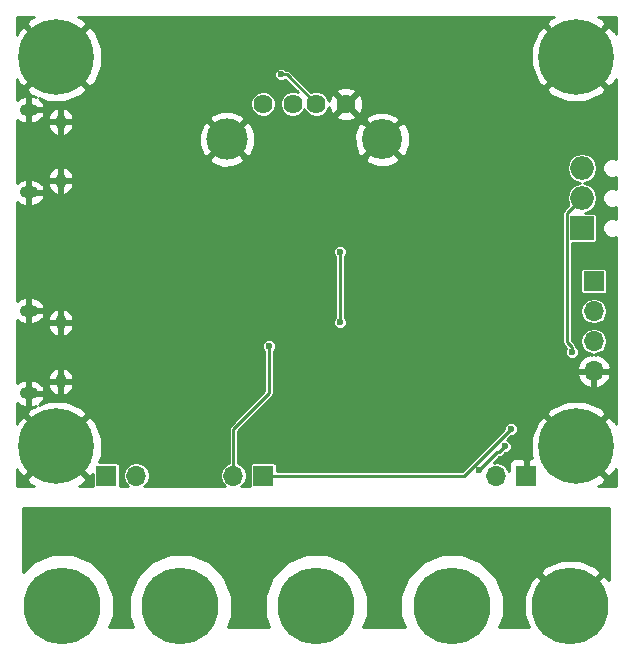
<source format=gbr>
G04 #@! TF.FileFunction,Copper,L2,Bot,Signal*
%FSLAX46Y46*%
G04 Gerber Fmt 4.6, Leading zero omitted, Abs format (unit mm)*
G04 Created by KiCad (PCBNEW 4.0.7) date Sunday, 24 March 2019 'PMt' 22:49:59*
%MOMM*%
%LPD*%
G01*
G04 APERTURE LIST*
%ADD10C,0.100000*%
%ADD11O,0.950000X1.250000*%
%ADD12O,1.550000X1.000000*%
%ADD13R,1.700000X1.700000*%
%ADD14O,1.700000X1.700000*%
%ADD15C,6.500000*%
%ADD16C,1.620000*%
%ADD17C,3.500000*%
%ADD18C,3.400000*%
%ADD19O,1.998980X1.998980*%
%ADD20R,1.998980X1.998980*%
%ADD21C,6.400000*%
%ADD22C,0.600000*%
%ADD23C,0.250000*%
%ADD24C,0.254000*%
G04 APERTURE END LIST*
D10*
D11*
X74350000Y-84500000D03*
X74350000Y-89500000D03*
D12*
X71650000Y-83500000D03*
X71650000Y-90500000D03*
D11*
X74350000Y-101500000D03*
X74350000Y-106500000D03*
D12*
X71650000Y-100500000D03*
X71650000Y-107500000D03*
D13*
X119500000Y-98000000D03*
D14*
X119500000Y-100540000D03*
X119500000Y-103080000D03*
X119500000Y-105620000D03*
D15*
X96000000Y-125500000D03*
X107500000Y-125500000D03*
X117500000Y-125500000D03*
X84500000Y-125500000D03*
X74500000Y-125500000D03*
D16*
X91500000Y-83000000D03*
X94000000Y-83000000D03*
X96000000Y-83000000D03*
X98500000Y-83000000D03*
D17*
X88430000Y-86000000D03*
D18*
X101570000Y-86000000D03*
D19*
X118500000Y-88420000D03*
D20*
X118500000Y-93500000D03*
D19*
X118500000Y-90960000D03*
D13*
X78230000Y-114475000D03*
D14*
X80770000Y-114475000D03*
D13*
X91520000Y-114475000D03*
D14*
X88980000Y-114475000D03*
D13*
X113770000Y-114475000D03*
D14*
X111230000Y-114475000D03*
D21*
X118000000Y-112000000D03*
X74000000Y-79000000D03*
X74000000Y-112000000D03*
X118000000Y-79000000D03*
D22*
X93500000Y-96000000D03*
X99000000Y-100000000D03*
X91250000Y-100000000D03*
X94250000Y-100000000D03*
X92750000Y-100000000D03*
X92000000Y-99250000D03*
X93500000Y-99250000D03*
X94250000Y-98500000D03*
X92750000Y-98500000D03*
X91250000Y-98500000D03*
X91250000Y-97000000D03*
X92000000Y-97750000D03*
X97250000Y-100000000D03*
X95750000Y-100000000D03*
X95000000Y-99250000D03*
X95750000Y-98500000D03*
X96500000Y-99250000D03*
X97250000Y-98500000D03*
X99000000Y-99250000D03*
X99000000Y-98500000D03*
X99000000Y-97000000D03*
X99000000Y-97750000D03*
X97250000Y-97000000D03*
X93500000Y-97750000D03*
X95000000Y-97750000D03*
X96500000Y-97750000D03*
X92750000Y-97000000D03*
X94250000Y-97000000D03*
X95750000Y-97000000D03*
X95000000Y-96000000D03*
X110000000Y-110500000D03*
X105000000Y-113000000D03*
X73000000Y-105250000D03*
X75750000Y-105250000D03*
X73000000Y-88250000D03*
X75500000Y-88250000D03*
X91000000Y-92000000D03*
X93000000Y-80500000D03*
X112500000Y-110500000D03*
X92000000Y-103500000D03*
X98000000Y-101500000D03*
X98000000Y-95500000D03*
X112000000Y-112000000D03*
X112000000Y-112000000D03*
X109816568Y-114000000D03*
X117629416Y-104000000D03*
D23*
X91250000Y-99250000D02*
X91250000Y-100000000D01*
X93500000Y-100000000D02*
X94250000Y-100000000D01*
X92000000Y-100000000D02*
X92750000Y-100000000D01*
X92750000Y-99250000D02*
X92000000Y-99250000D01*
X94250000Y-99250000D02*
X93500000Y-99250000D01*
X94250000Y-98500000D02*
X94250000Y-99250000D01*
X92750000Y-98500000D02*
X93500000Y-98500000D01*
X92750000Y-97000000D02*
X92325736Y-97000000D01*
X93000000Y-80500000D02*
X93500000Y-80500000D01*
X93500000Y-80500000D02*
X96000000Y-83000000D01*
X96000000Y-82500000D02*
X96000000Y-83000000D01*
X111500000Y-111500000D02*
X112500000Y-110500000D01*
X111500000Y-111500000D02*
X108525000Y-114475000D01*
X108525000Y-114475000D02*
X91520000Y-114475000D01*
X92000000Y-107500000D02*
X92000000Y-103500000D01*
X88980000Y-114475000D02*
X88980000Y-110520000D01*
X88980000Y-110520000D02*
X92000000Y-107500000D01*
X98000000Y-101500000D02*
X98000000Y-95500000D01*
X111500000Y-112500000D02*
X112000000Y-112000000D01*
X111316568Y-112500000D02*
X111500000Y-112500000D01*
X109816568Y-114000000D02*
X111316568Y-112500000D01*
X117629416Y-104000000D02*
X117629416Y-103575736D01*
X117629416Y-103575736D02*
X117223109Y-103169429D01*
X117223109Y-103169429D02*
X117223109Y-92236891D01*
X117223109Y-92236891D02*
X117500511Y-91959489D01*
X117500511Y-91959489D02*
X118500000Y-90960000D01*
D24*
G36*
X71849754Y-75734181D02*
X71805640Y-75763657D01*
X71438695Y-76259090D01*
X74000000Y-78820395D01*
X76561305Y-76259090D01*
X76194360Y-75763657D01*
X75870669Y-75627000D01*
X116113560Y-75627000D01*
X115849754Y-75734181D01*
X115805640Y-75763657D01*
X115438695Y-76259090D01*
X118000000Y-78820395D01*
X120561305Y-76259090D01*
X120194360Y-75763657D01*
X119870669Y-75627000D01*
X121373000Y-75627000D01*
X121373000Y-77113560D01*
X121265819Y-76849754D01*
X121236343Y-76805640D01*
X120740910Y-76438695D01*
X118179605Y-79000000D01*
X120740910Y-81561305D01*
X121236343Y-81194360D01*
X121373000Y-80870669D01*
X121373000Y-87660212D01*
X121205702Y-87590744D01*
X120875746Y-87590456D01*
X120570796Y-87716459D01*
X120337279Y-87949569D01*
X120210744Y-88254298D01*
X120210456Y-88584254D01*
X120336459Y-88889204D01*
X120569569Y-89122721D01*
X120874298Y-89249256D01*
X121204254Y-89249544D01*
X121373000Y-89179819D01*
X121373000Y-90200212D01*
X121205702Y-90130744D01*
X120875746Y-90130456D01*
X120570796Y-90256459D01*
X120337279Y-90489569D01*
X120210744Y-90794298D01*
X120210456Y-91124254D01*
X120336459Y-91429204D01*
X120569569Y-91662721D01*
X120874298Y-91789256D01*
X121204254Y-91789544D01*
X121373000Y-91719819D01*
X121373000Y-92740212D01*
X121205702Y-92670744D01*
X120875746Y-92670456D01*
X120570796Y-92796459D01*
X120337279Y-93029569D01*
X120210744Y-93334298D01*
X120210456Y-93664254D01*
X120336459Y-93969204D01*
X120569569Y-94202721D01*
X120874298Y-94329256D01*
X121204254Y-94329544D01*
X121373000Y-94259819D01*
X121373000Y-110113560D01*
X121265819Y-109849754D01*
X121236343Y-109805640D01*
X120740910Y-109438695D01*
X118179605Y-112000000D01*
X120740910Y-114561305D01*
X121236343Y-114194360D01*
X121373000Y-113870669D01*
X121373000Y-115373000D01*
X119886440Y-115373000D01*
X120150246Y-115265819D01*
X120194360Y-115236343D01*
X120561305Y-114740910D01*
X118000000Y-112179605D01*
X117985858Y-112193748D01*
X117806253Y-112014143D01*
X117820395Y-112000000D01*
X115259090Y-109438695D01*
X114763657Y-109805640D01*
X114170264Y-111211171D01*
X114159913Y-112736793D01*
X114262788Y-112990000D01*
X114055750Y-112990000D01*
X113897000Y-113148750D01*
X113897000Y-114348000D01*
X113917000Y-114348000D01*
X113917000Y-114602000D01*
X113897000Y-114602000D01*
X113897000Y-114622000D01*
X113643000Y-114622000D01*
X113643000Y-114602000D01*
X113623000Y-114602000D01*
X113623000Y-114348000D01*
X113643000Y-114348000D01*
X113643000Y-113148750D01*
X113484250Y-112990000D01*
X112793690Y-112990000D01*
X112560301Y-113086673D01*
X112381673Y-113265302D01*
X112285000Y-113498691D01*
X112285000Y-114078838D01*
X112273430Y-114020671D01*
X112028606Y-113654268D01*
X111662203Y-113409444D01*
X111230000Y-113323474D01*
X111024033Y-113364443D01*
X111484076Y-112904400D01*
X111500000Y-112904400D01*
X111654757Y-112873617D01*
X111785954Y-112785954D01*
X111992515Y-112579393D01*
X112114744Y-112579500D01*
X112327775Y-112491478D01*
X112490905Y-112328632D01*
X112579299Y-112115755D01*
X112579500Y-111885256D01*
X112491478Y-111672225D01*
X112328632Y-111509095D01*
X112140805Y-111431103D01*
X112492515Y-111079393D01*
X112614744Y-111079500D01*
X112827775Y-110991478D01*
X112990905Y-110828632D01*
X113079299Y-110615755D01*
X113079500Y-110385256D01*
X112991478Y-110172225D01*
X112828632Y-110009095D01*
X112615755Y-109920701D01*
X112385256Y-109920500D01*
X112172225Y-110008522D01*
X112009095Y-110171368D01*
X111920701Y-110384245D01*
X111920594Y-110507498D01*
X108357492Y-114070600D01*
X92654873Y-114070600D01*
X92654873Y-113625000D01*
X92635391Y-113521461D01*
X92574199Y-113426366D01*
X92480832Y-113362571D01*
X92370000Y-113340127D01*
X90670000Y-113340127D01*
X90566461Y-113359609D01*
X90471366Y-113420801D01*
X90407571Y-113514168D01*
X90385127Y-113625000D01*
X90385127Y-115325000D01*
X90394159Y-115373000D01*
X89662967Y-115373000D01*
X89778606Y-115295732D01*
X90023430Y-114929329D01*
X90109400Y-114497126D01*
X90109400Y-114452874D01*
X90023430Y-114020671D01*
X89778606Y-113654268D01*
X89412203Y-113409444D01*
X89384400Y-113403914D01*
X89384400Y-110687508D01*
X90812818Y-109259090D01*
X115438695Y-109259090D01*
X118000000Y-111820395D01*
X120561305Y-109259090D01*
X120194360Y-108763657D01*
X118788829Y-108170264D01*
X117263207Y-108159913D01*
X115849754Y-108734181D01*
X115805640Y-108763657D01*
X115438695Y-109259090D01*
X90812818Y-109259090D01*
X92285954Y-107785954D01*
X92373617Y-107654757D01*
X92404400Y-107500000D01*
X92404400Y-105976890D01*
X118058524Y-105976890D01*
X118228355Y-106386924D01*
X118618642Y-106815183D01*
X119143108Y-107061486D01*
X119373000Y-106940819D01*
X119373000Y-105747000D01*
X119627000Y-105747000D01*
X119627000Y-106940819D01*
X119856892Y-107061486D01*
X120381358Y-106815183D01*
X120771645Y-106386924D01*
X120941476Y-105976890D01*
X120820155Y-105747000D01*
X119627000Y-105747000D01*
X119373000Y-105747000D01*
X118179845Y-105747000D01*
X118058524Y-105976890D01*
X92404400Y-105976890D01*
X92404400Y-105263110D01*
X118058524Y-105263110D01*
X118179845Y-105493000D01*
X119373000Y-105493000D01*
X119373000Y-105473000D01*
X119627000Y-105473000D01*
X119627000Y-105493000D01*
X120820155Y-105493000D01*
X120941476Y-105263110D01*
X120771645Y-104853076D01*
X120381358Y-104424817D01*
X119856892Y-104178514D01*
X119627002Y-104299180D01*
X119627002Y-104188539D01*
X119954329Y-104123430D01*
X120320732Y-103878606D01*
X120565556Y-103512203D01*
X120651526Y-103080000D01*
X120565556Y-102647797D01*
X120320732Y-102281394D01*
X119954329Y-102036570D01*
X119522126Y-101950600D01*
X119477874Y-101950600D01*
X119045671Y-102036570D01*
X118679268Y-102281394D01*
X118434444Y-102647797D01*
X118348474Y-103080000D01*
X118434444Y-103512203D01*
X118679268Y-103878606D01*
X119045671Y-104123430D01*
X119372998Y-104188539D01*
X119372998Y-104299180D01*
X119143108Y-104178514D01*
X118618642Y-104424817D01*
X118228355Y-104853076D01*
X118058524Y-105263110D01*
X92404400Y-105263110D01*
X92404400Y-103914986D01*
X92490905Y-103828632D01*
X92579299Y-103615755D01*
X92579500Y-103385256D01*
X92491478Y-103172225D01*
X92328632Y-103009095D01*
X92115755Y-102920701D01*
X91885256Y-102920500D01*
X91672225Y-103008522D01*
X91509095Y-103171368D01*
X91420701Y-103384245D01*
X91420500Y-103614744D01*
X91508522Y-103827775D01*
X91595600Y-103915005D01*
X91595600Y-107332492D01*
X88694046Y-110234046D01*
X88606383Y-110365243D01*
X88575600Y-110520000D01*
X88575600Y-113403914D01*
X88547797Y-113409444D01*
X88181394Y-113654268D01*
X87936570Y-114020671D01*
X87850600Y-114452874D01*
X87850600Y-114497126D01*
X87936570Y-114929329D01*
X88181394Y-115295732D01*
X88297033Y-115373000D01*
X81452967Y-115373000D01*
X81568606Y-115295732D01*
X81813430Y-114929329D01*
X81899400Y-114497126D01*
X81899400Y-114452874D01*
X81813430Y-114020671D01*
X81568606Y-113654268D01*
X81202203Y-113409444D01*
X80770000Y-113323474D01*
X80337797Y-113409444D01*
X79971394Y-113654268D01*
X79726570Y-114020671D01*
X79640600Y-114452874D01*
X79640600Y-114497126D01*
X79726570Y-114929329D01*
X79971394Y-115295732D01*
X80087033Y-115373000D01*
X79355153Y-115373000D01*
X79364873Y-115325000D01*
X79364873Y-113625000D01*
X79345391Y-113521461D01*
X79284199Y-113426366D01*
X79190832Y-113362571D01*
X79080000Y-113340127D01*
X77596987Y-113340127D01*
X77829736Y-112788829D01*
X77840087Y-111263207D01*
X77265819Y-109849754D01*
X77236343Y-109805640D01*
X76740910Y-109438695D01*
X74179605Y-112000000D01*
X76740910Y-114561305D01*
X77095127Y-114298952D01*
X77095127Y-115325000D01*
X77104159Y-115373000D01*
X75886440Y-115373000D01*
X76150246Y-115265819D01*
X76194360Y-115236343D01*
X76561305Y-114740910D01*
X74000000Y-112179605D01*
X71438695Y-114740910D01*
X71805640Y-115236343D01*
X72129331Y-115373000D01*
X70627000Y-115373000D01*
X70627000Y-113886440D01*
X70734181Y-114150246D01*
X70763657Y-114194360D01*
X71259090Y-114561305D01*
X73820395Y-112000000D01*
X71259090Y-109438695D01*
X70763657Y-109805640D01*
X70627000Y-110129331D01*
X70627000Y-109259090D01*
X71438695Y-109259090D01*
X74000000Y-111820395D01*
X76561305Y-109259090D01*
X76194360Y-108763657D01*
X74788829Y-108170264D01*
X73263207Y-108159913D01*
X72523682Y-108460373D01*
X72817368Y-108212763D01*
X73019119Y-107801874D01*
X72892954Y-107627000D01*
X71777000Y-107627000D01*
X71777000Y-108635000D01*
X72052000Y-108635000D01*
X72244423Y-108573832D01*
X71849754Y-108734181D01*
X71805640Y-108763657D01*
X71438695Y-109259090D01*
X70627000Y-109259090D01*
X70627000Y-108334481D01*
X70823322Y-108500002D01*
X71248000Y-108635000D01*
X71523000Y-108635000D01*
X71523000Y-107627000D01*
X71503000Y-107627000D01*
X71503000Y-107373000D01*
X71523000Y-107373000D01*
X71523000Y-106365000D01*
X71777000Y-106365000D01*
X71777000Y-107373000D01*
X72892954Y-107373000D01*
X73019119Y-107198126D01*
X72824191Y-106801131D01*
X73248771Y-106801131D01*
X73390432Y-107211049D01*
X73678179Y-107535552D01*
X74052062Y-107719268D01*
X74223000Y-107592734D01*
X74223000Y-106627000D01*
X74477000Y-106627000D01*
X74477000Y-107592734D01*
X74647938Y-107719268D01*
X75021821Y-107535552D01*
X75309568Y-107211049D01*
X75451229Y-106801131D01*
X75302563Y-106627000D01*
X74477000Y-106627000D01*
X74223000Y-106627000D01*
X73397437Y-106627000D01*
X73248771Y-106801131D01*
X72824191Y-106801131D01*
X72817368Y-106787237D01*
X72476678Y-106499998D01*
X72052000Y-106365000D01*
X71777000Y-106365000D01*
X71523000Y-106365000D01*
X71248000Y-106365000D01*
X70823322Y-106499998D01*
X70627000Y-106665519D01*
X70627000Y-106198869D01*
X73248771Y-106198869D01*
X73397437Y-106373000D01*
X74223000Y-106373000D01*
X74223000Y-105407266D01*
X74477000Y-105407266D01*
X74477000Y-106373000D01*
X75302563Y-106373000D01*
X75451229Y-106198869D01*
X75309568Y-105788951D01*
X75021821Y-105464448D01*
X74647938Y-105280732D01*
X74477000Y-105407266D01*
X74223000Y-105407266D01*
X74052062Y-105280732D01*
X73678179Y-105464448D01*
X73390432Y-105788951D01*
X73248771Y-106198869D01*
X70627000Y-106198869D01*
X70627000Y-101801131D01*
X73248771Y-101801131D01*
X73390432Y-102211049D01*
X73678179Y-102535552D01*
X74052062Y-102719268D01*
X74223000Y-102592734D01*
X74223000Y-101627000D01*
X74477000Y-101627000D01*
X74477000Y-102592734D01*
X74647938Y-102719268D01*
X75021821Y-102535552D01*
X75309568Y-102211049D01*
X75451229Y-101801131D01*
X75302563Y-101627000D01*
X74477000Y-101627000D01*
X74223000Y-101627000D01*
X73397437Y-101627000D01*
X73248771Y-101801131D01*
X70627000Y-101801131D01*
X70627000Y-101334481D01*
X70823322Y-101500002D01*
X71248000Y-101635000D01*
X71523000Y-101635000D01*
X71523000Y-100627000D01*
X71777000Y-100627000D01*
X71777000Y-101635000D01*
X72052000Y-101635000D01*
X72476678Y-101500002D01*
X72817368Y-101212763D01*
X72824190Y-101198869D01*
X73248771Y-101198869D01*
X73397437Y-101373000D01*
X74223000Y-101373000D01*
X74223000Y-100407266D01*
X74477000Y-100407266D01*
X74477000Y-101373000D01*
X75302563Y-101373000D01*
X75451229Y-101198869D01*
X75309568Y-100788951D01*
X75021821Y-100464448D01*
X74647938Y-100280732D01*
X74477000Y-100407266D01*
X74223000Y-100407266D01*
X74052062Y-100280732D01*
X73678179Y-100464448D01*
X73390432Y-100788951D01*
X73248771Y-101198869D01*
X72824190Y-101198869D01*
X73019119Y-100801874D01*
X72892954Y-100627000D01*
X71777000Y-100627000D01*
X71523000Y-100627000D01*
X71503000Y-100627000D01*
X71503000Y-100373000D01*
X71523000Y-100373000D01*
X71523000Y-99365000D01*
X71777000Y-99365000D01*
X71777000Y-100373000D01*
X72892954Y-100373000D01*
X73019119Y-100198126D01*
X72817368Y-99787237D01*
X72476678Y-99499998D01*
X72052000Y-99365000D01*
X71777000Y-99365000D01*
X71523000Y-99365000D01*
X71248000Y-99365000D01*
X70823322Y-99499998D01*
X70627000Y-99665519D01*
X70627000Y-95614744D01*
X97420500Y-95614744D01*
X97508522Y-95827775D01*
X97595600Y-95915005D01*
X97595600Y-101085014D01*
X97509095Y-101171368D01*
X97420701Y-101384245D01*
X97420500Y-101614744D01*
X97508522Y-101827775D01*
X97671368Y-101990905D01*
X97884245Y-102079299D01*
X98114744Y-102079500D01*
X98327775Y-101991478D01*
X98490905Y-101828632D01*
X98579299Y-101615755D01*
X98579500Y-101385256D01*
X98491478Y-101172225D01*
X98404400Y-101084995D01*
X98404400Y-95914986D01*
X98490905Y-95828632D01*
X98579299Y-95615755D01*
X98579500Y-95385256D01*
X98491478Y-95172225D01*
X98328632Y-95009095D01*
X98115755Y-94920701D01*
X97885256Y-94920500D01*
X97672225Y-95008522D01*
X97509095Y-95171368D01*
X97420701Y-95384245D01*
X97420500Y-95614744D01*
X70627000Y-95614744D01*
X70627000Y-92236891D01*
X116818709Y-92236891D01*
X116818709Y-103169429D01*
X116849492Y-103324186D01*
X116937155Y-103455383D01*
X117145832Y-103664060D01*
X117138511Y-103671368D01*
X117050117Y-103884245D01*
X117049916Y-104114744D01*
X117137938Y-104327775D01*
X117300784Y-104490905D01*
X117513661Y-104579299D01*
X117744160Y-104579500D01*
X117957191Y-104491478D01*
X118120321Y-104328632D01*
X118208715Y-104115755D01*
X118208916Y-103885256D01*
X118120894Y-103672225D01*
X118033816Y-103584995D01*
X118033816Y-103575736D01*
X118003033Y-103420979D01*
X117915370Y-103289782D01*
X117627509Y-103001921D01*
X117627509Y-100540000D01*
X118348474Y-100540000D01*
X118434444Y-100972203D01*
X118679268Y-101338606D01*
X119045671Y-101583430D01*
X119477874Y-101669400D01*
X119522126Y-101669400D01*
X119954329Y-101583430D01*
X120320732Y-101338606D01*
X120565556Y-100972203D01*
X120651526Y-100540000D01*
X120565556Y-100107797D01*
X120320732Y-99741394D01*
X119954329Y-99496570D01*
X119522126Y-99410600D01*
X119477874Y-99410600D01*
X119045671Y-99496570D01*
X118679268Y-99741394D01*
X118434444Y-100107797D01*
X118348474Y-100540000D01*
X117627509Y-100540000D01*
X117627509Y-97150000D01*
X118365127Y-97150000D01*
X118365127Y-98850000D01*
X118384609Y-98953539D01*
X118445801Y-99048634D01*
X118539168Y-99112429D01*
X118650000Y-99134873D01*
X120350000Y-99134873D01*
X120453539Y-99115391D01*
X120548634Y-99054199D01*
X120612429Y-98960832D01*
X120634873Y-98850000D01*
X120634873Y-97150000D01*
X120615391Y-97046461D01*
X120554199Y-96951366D01*
X120460832Y-96887571D01*
X120350000Y-96865127D01*
X118650000Y-96865127D01*
X118546461Y-96884609D01*
X118451366Y-96945801D01*
X118387571Y-97039168D01*
X118365127Y-97150000D01*
X117627509Y-97150000D01*
X117627509Y-94784363D01*
X119499490Y-94784363D01*
X119603029Y-94764881D01*
X119698124Y-94703689D01*
X119761919Y-94610322D01*
X119784363Y-94499490D01*
X119784363Y-92500510D01*
X119764881Y-92396971D01*
X119703689Y-92301876D01*
X119610322Y-92238081D01*
X119499490Y-92215637D01*
X118742860Y-92215637D01*
X118989410Y-92166595D01*
X119404312Y-91889367D01*
X119681540Y-91474465D01*
X119778890Y-90985055D01*
X119778890Y-90934945D01*
X119681540Y-90445535D01*
X119404312Y-90030633D01*
X118989410Y-89753405D01*
X118670653Y-89690000D01*
X118989410Y-89626595D01*
X119404312Y-89349367D01*
X119681540Y-88934465D01*
X119778890Y-88445055D01*
X119778890Y-88394945D01*
X119681540Y-87905535D01*
X119404312Y-87490633D01*
X118989410Y-87213405D01*
X118500000Y-87116055D01*
X118010590Y-87213405D01*
X117595688Y-87490633D01*
X117318460Y-87905535D01*
X117221110Y-88394945D01*
X117221110Y-88445055D01*
X117318460Y-88934465D01*
X117595688Y-89349367D01*
X118010590Y-89626595D01*
X118329347Y-89690000D01*
X118010590Y-89753405D01*
X117595688Y-90030633D01*
X117318460Y-90445535D01*
X117221110Y-90934945D01*
X117221110Y-90985055D01*
X117318460Y-91474465D01*
X117356578Y-91531514D01*
X116937155Y-91950937D01*
X116849492Y-92082134D01*
X116818709Y-92236891D01*
X70627000Y-92236891D01*
X70627000Y-91334481D01*
X70823322Y-91500002D01*
X71248000Y-91635000D01*
X71523000Y-91635000D01*
X71523000Y-90627000D01*
X71777000Y-90627000D01*
X71777000Y-91635000D01*
X72052000Y-91635000D01*
X72476678Y-91500002D01*
X72817368Y-91212763D01*
X73019119Y-90801874D01*
X72892954Y-90627000D01*
X71777000Y-90627000D01*
X71523000Y-90627000D01*
X71503000Y-90627000D01*
X71503000Y-90373000D01*
X71523000Y-90373000D01*
X71523000Y-89365000D01*
X71777000Y-89365000D01*
X71777000Y-90373000D01*
X72892954Y-90373000D01*
X73019119Y-90198126D01*
X72824191Y-89801131D01*
X73248771Y-89801131D01*
X73390432Y-90211049D01*
X73678179Y-90535552D01*
X74052062Y-90719268D01*
X74223000Y-90592734D01*
X74223000Y-89627000D01*
X74477000Y-89627000D01*
X74477000Y-90592734D01*
X74647938Y-90719268D01*
X75021821Y-90535552D01*
X75309568Y-90211049D01*
X75451229Y-89801131D01*
X75302563Y-89627000D01*
X74477000Y-89627000D01*
X74223000Y-89627000D01*
X73397437Y-89627000D01*
X73248771Y-89801131D01*
X72824191Y-89801131D01*
X72817368Y-89787237D01*
X72476678Y-89499998D01*
X72052000Y-89365000D01*
X71777000Y-89365000D01*
X71523000Y-89365000D01*
X71248000Y-89365000D01*
X70823322Y-89499998D01*
X70627000Y-89665519D01*
X70627000Y-89198869D01*
X73248771Y-89198869D01*
X73397437Y-89373000D01*
X74223000Y-89373000D01*
X74223000Y-88407266D01*
X74477000Y-88407266D01*
X74477000Y-89373000D01*
X75302563Y-89373000D01*
X75451229Y-89198869D01*
X75309568Y-88788951D01*
X75021821Y-88464448D01*
X74647938Y-88280732D01*
X74477000Y-88407266D01*
X74223000Y-88407266D01*
X74052062Y-88280732D01*
X73678179Y-88464448D01*
X73390432Y-88788951D01*
X73248771Y-89198869D01*
X70627000Y-89198869D01*
X70627000Y-87694528D01*
X86915077Y-87694528D01*
X87105364Y-88039271D01*
X87986591Y-88390956D01*
X88935323Y-88378641D01*
X89754636Y-88039271D01*
X89944923Y-87694528D01*
X89908817Y-87658422D01*
X100091183Y-87658422D01*
X100275371Y-87997970D01*
X101138509Y-88341316D01*
X102067336Y-88328218D01*
X102864629Y-87997970D01*
X103048817Y-87658422D01*
X101570000Y-86179605D01*
X100091183Y-87658422D01*
X89908817Y-87658422D01*
X88430000Y-86179605D01*
X86915077Y-87694528D01*
X70627000Y-87694528D01*
X70627000Y-84801131D01*
X73248771Y-84801131D01*
X73390432Y-85211049D01*
X73678179Y-85535552D01*
X74052062Y-85719268D01*
X74223000Y-85592734D01*
X74223000Y-84627000D01*
X74477000Y-84627000D01*
X74477000Y-85592734D01*
X74647938Y-85719268D01*
X74979004Y-85556591D01*
X86039044Y-85556591D01*
X86051359Y-86505323D01*
X86390729Y-87324636D01*
X86735472Y-87514923D01*
X88250395Y-86000000D01*
X88609605Y-86000000D01*
X90124528Y-87514923D01*
X90469271Y-87324636D01*
X90820956Y-86443409D01*
X90809600Y-85568509D01*
X99228684Y-85568509D01*
X99241782Y-86497336D01*
X99572030Y-87294629D01*
X99911578Y-87478817D01*
X101390395Y-86000000D01*
X101749605Y-86000000D01*
X103228422Y-87478817D01*
X103567970Y-87294629D01*
X103911316Y-86431491D01*
X103898218Y-85502664D01*
X103567970Y-84705371D01*
X103228422Y-84521183D01*
X101749605Y-86000000D01*
X101390395Y-86000000D01*
X99911578Y-84521183D01*
X99572030Y-84705371D01*
X99228684Y-85568509D01*
X90809600Y-85568509D01*
X90808641Y-85494677D01*
X90469271Y-84675364D01*
X90124528Y-84485077D01*
X88609605Y-86000000D01*
X88250395Y-86000000D01*
X86735472Y-84485077D01*
X86390729Y-84675364D01*
X86039044Y-85556591D01*
X74979004Y-85556591D01*
X75021821Y-85535552D01*
X75309568Y-85211049D01*
X75451229Y-84801131D01*
X75302563Y-84627000D01*
X74477000Y-84627000D01*
X74223000Y-84627000D01*
X73397437Y-84627000D01*
X73248771Y-84801131D01*
X70627000Y-84801131D01*
X70627000Y-84334481D01*
X70823322Y-84500002D01*
X71248000Y-84635000D01*
X71523000Y-84635000D01*
X71523000Y-83627000D01*
X71777000Y-83627000D01*
X71777000Y-84635000D01*
X72052000Y-84635000D01*
X72476678Y-84500002D01*
X72817368Y-84212763D01*
X72824190Y-84198869D01*
X73248771Y-84198869D01*
X73397437Y-84373000D01*
X74223000Y-84373000D01*
X74223000Y-83407266D01*
X74477000Y-83407266D01*
X74477000Y-84373000D01*
X75302563Y-84373000D01*
X75360215Y-84305472D01*
X86915077Y-84305472D01*
X88430000Y-85820395D01*
X89944923Y-84305472D01*
X89754636Y-83960729D01*
X88873409Y-83609044D01*
X87924677Y-83621359D01*
X87105364Y-83960729D01*
X86915077Y-84305472D01*
X75360215Y-84305472D01*
X75451229Y-84198869D01*
X75309568Y-83788951D01*
X75021821Y-83464448D01*
X74647938Y-83280732D01*
X74477000Y-83407266D01*
X74223000Y-83407266D01*
X74052062Y-83280732D01*
X73678179Y-83464448D01*
X73390432Y-83788951D01*
X73248771Y-84198869D01*
X72824190Y-84198869D01*
X73019119Y-83801874D01*
X72892954Y-83627000D01*
X71777000Y-83627000D01*
X71523000Y-83627000D01*
X71503000Y-83627000D01*
X71503000Y-83373000D01*
X71523000Y-83373000D01*
X71523000Y-82365000D01*
X71248000Y-82365000D01*
X70823322Y-82499998D01*
X70627000Y-82665519D01*
X70627000Y-81740910D01*
X71438695Y-81740910D01*
X71805640Y-82236343D01*
X72288313Y-82440120D01*
X72052000Y-82365000D01*
X71777000Y-82365000D01*
X71777000Y-83373000D01*
X72892954Y-83373000D01*
X73006408Y-83215744D01*
X90410411Y-83215744D01*
X90575913Y-83616290D01*
X90882099Y-83923010D01*
X91282354Y-84089211D01*
X91715744Y-84089589D01*
X92116290Y-83924087D01*
X92423010Y-83617901D01*
X92589211Y-83217646D01*
X92589589Y-82784256D01*
X92424087Y-82383710D01*
X92117901Y-82076990D01*
X91717646Y-81910789D01*
X91284256Y-81910411D01*
X90883710Y-82075913D01*
X90576990Y-82382099D01*
X90410789Y-82782354D01*
X90410411Y-83215744D01*
X73006408Y-83215744D01*
X73019119Y-83198126D01*
X72817368Y-82787237D01*
X72523353Y-82539350D01*
X73211171Y-82829736D01*
X74736793Y-82840087D01*
X76150246Y-82265819D01*
X76194360Y-82236343D01*
X76561305Y-81740910D01*
X74000000Y-79179605D01*
X71438695Y-81740910D01*
X70627000Y-81740910D01*
X70627000Y-80886440D01*
X70734181Y-81150246D01*
X70763657Y-81194360D01*
X71259090Y-81561305D01*
X73820395Y-79000000D01*
X74179605Y-79000000D01*
X76740910Y-81561305D01*
X77236343Y-81194360D01*
X77481047Y-80614744D01*
X92420500Y-80614744D01*
X92508522Y-80827775D01*
X92671368Y-80990905D01*
X92884245Y-81079299D01*
X93114744Y-81079500D01*
X93327775Y-80991478D01*
X93373712Y-80945620D01*
X94424970Y-81996878D01*
X94217646Y-81910789D01*
X93784256Y-81910411D01*
X93383710Y-82075913D01*
X93076990Y-82382099D01*
X92910789Y-82782354D01*
X92910411Y-83215744D01*
X93075913Y-83616290D01*
X93382099Y-83923010D01*
X93782354Y-84089211D01*
X94215744Y-84089589D01*
X94616290Y-83924087D01*
X94923010Y-83617901D01*
X94999984Y-83432528D01*
X95075913Y-83616290D01*
X95382099Y-83923010D01*
X95782354Y-84089211D01*
X96215744Y-84089589D01*
X96396292Y-84014988D01*
X97664617Y-84014988D01*
X97739980Y-84262144D01*
X98280834Y-84456916D01*
X98855055Y-84429886D01*
X99068249Y-84341578D01*
X100091183Y-84341578D01*
X101570000Y-85820395D01*
X103048817Y-84341578D01*
X102864629Y-84002030D01*
X102001491Y-83658684D01*
X101072664Y-83671782D01*
X100275371Y-84002030D01*
X100091183Y-84341578D01*
X99068249Y-84341578D01*
X99260020Y-84262144D01*
X99335383Y-84014988D01*
X98500000Y-83179605D01*
X97664617Y-84014988D01*
X96396292Y-84014988D01*
X96616290Y-83924087D01*
X96923010Y-83617901D01*
X97066249Y-83272945D01*
X97070114Y-83355055D01*
X97237856Y-83760020D01*
X97485012Y-83835383D01*
X98320395Y-83000000D01*
X98679605Y-83000000D01*
X99514988Y-83835383D01*
X99762144Y-83760020D01*
X99956916Y-83219166D01*
X99929886Y-82644945D01*
X99762144Y-82239980D01*
X99514988Y-82164617D01*
X98679605Y-83000000D01*
X98320395Y-83000000D01*
X97485012Y-82164617D01*
X97237856Y-82239980D01*
X97064082Y-82722525D01*
X96924087Y-82383710D01*
X96617901Y-82076990D01*
X96396395Y-81985012D01*
X97664617Y-81985012D01*
X98500000Y-82820395D01*
X99335383Y-81985012D01*
X99260952Y-81740910D01*
X115438695Y-81740910D01*
X115805640Y-82236343D01*
X117211171Y-82829736D01*
X118736793Y-82840087D01*
X120150246Y-82265819D01*
X120194360Y-82236343D01*
X120561305Y-81740910D01*
X118000000Y-79179605D01*
X115438695Y-81740910D01*
X99260952Y-81740910D01*
X99260020Y-81737856D01*
X98719166Y-81543084D01*
X98144945Y-81570114D01*
X97739980Y-81737856D01*
X97664617Y-81985012D01*
X96396395Y-81985012D01*
X96217646Y-81910789D01*
X95784256Y-81910411D01*
X95570600Y-81998692D01*
X93785954Y-80214046D01*
X93654757Y-80126383D01*
X93500000Y-80095600D01*
X93414986Y-80095600D01*
X93328632Y-80009095D01*
X93115755Y-79920701D01*
X92885256Y-79920500D01*
X92672225Y-80008522D01*
X92509095Y-80171368D01*
X92420701Y-80384245D01*
X92420500Y-80614744D01*
X77481047Y-80614744D01*
X77829736Y-79788829D01*
X77830089Y-79736793D01*
X114159913Y-79736793D01*
X114734181Y-81150246D01*
X114763657Y-81194360D01*
X115259090Y-81561305D01*
X117820395Y-79000000D01*
X115259090Y-76438695D01*
X114763657Y-76805640D01*
X114170264Y-78211171D01*
X114159913Y-79736793D01*
X77830089Y-79736793D01*
X77840087Y-78263207D01*
X77265819Y-76849754D01*
X77236343Y-76805640D01*
X76740910Y-76438695D01*
X74179605Y-79000000D01*
X73820395Y-79000000D01*
X71259090Y-76438695D01*
X70763657Y-76805640D01*
X70627000Y-77129331D01*
X70627000Y-75627000D01*
X72113560Y-75627000D01*
X71849754Y-75734181D01*
X71849754Y-75734181D01*
G37*
X71849754Y-75734181D02*
X71805640Y-75763657D01*
X71438695Y-76259090D01*
X74000000Y-78820395D01*
X76561305Y-76259090D01*
X76194360Y-75763657D01*
X75870669Y-75627000D01*
X116113560Y-75627000D01*
X115849754Y-75734181D01*
X115805640Y-75763657D01*
X115438695Y-76259090D01*
X118000000Y-78820395D01*
X120561305Y-76259090D01*
X120194360Y-75763657D01*
X119870669Y-75627000D01*
X121373000Y-75627000D01*
X121373000Y-77113560D01*
X121265819Y-76849754D01*
X121236343Y-76805640D01*
X120740910Y-76438695D01*
X118179605Y-79000000D01*
X120740910Y-81561305D01*
X121236343Y-81194360D01*
X121373000Y-80870669D01*
X121373000Y-87660212D01*
X121205702Y-87590744D01*
X120875746Y-87590456D01*
X120570796Y-87716459D01*
X120337279Y-87949569D01*
X120210744Y-88254298D01*
X120210456Y-88584254D01*
X120336459Y-88889204D01*
X120569569Y-89122721D01*
X120874298Y-89249256D01*
X121204254Y-89249544D01*
X121373000Y-89179819D01*
X121373000Y-90200212D01*
X121205702Y-90130744D01*
X120875746Y-90130456D01*
X120570796Y-90256459D01*
X120337279Y-90489569D01*
X120210744Y-90794298D01*
X120210456Y-91124254D01*
X120336459Y-91429204D01*
X120569569Y-91662721D01*
X120874298Y-91789256D01*
X121204254Y-91789544D01*
X121373000Y-91719819D01*
X121373000Y-92740212D01*
X121205702Y-92670744D01*
X120875746Y-92670456D01*
X120570796Y-92796459D01*
X120337279Y-93029569D01*
X120210744Y-93334298D01*
X120210456Y-93664254D01*
X120336459Y-93969204D01*
X120569569Y-94202721D01*
X120874298Y-94329256D01*
X121204254Y-94329544D01*
X121373000Y-94259819D01*
X121373000Y-110113560D01*
X121265819Y-109849754D01*
X121236343Y-109805640D01*
X120740910Y-109438695D01*
X118179605Y-112000000D01*
X120740910Y-114561305D01*
X121236343Y-114194360D01*
X121373000Y-113870669D01*
X121373000Y-115373000D01*
X119886440Y-115373000D01*
X120150246Y-115265819D01*
X120194360Y-115236343D01*
X120561305Y-114740910D01*
X118000000Y-112179605D01*
X117985858Y-112193748D01*
X117806253Y-112014143D01*
X117820395Y-112000000D01*
X115259090Y-109438695D01*
X114763657Y-109805640D01*
X114170264Y-111211171D01*
X114159913Y-112736793D01*
X114262788Y-112990000D01*
X114055750Y-112990000D01*
X113897000Y-113148750D01*
X113897000Y-114348000D01*
X113917000Y-114348000D01*
X113917000Y-114602000D01*
X113897000Y-114602000D01*
X113897000Y-114622000D01*
X113643000Y-114622000D01*
X113643000Y-114602000D01*
X113623000Y-114602000D01*
X113623000Y-114348000D01*
X113643000Y-114348000D01*
X113643000Y-113148750D01*
X113484250Y-112990000D01*
X112793690Y-112990000D01*
X112560301Y-113086673D01*
X112381673Y-113265302D01*
X112285000Y-113498691D01*
X112285000Y-114078838D01*
X112273430Y-114020671D01*
X112028606Y-113654268D01*
X111662203Y-113409444D01*
X111230000Y-113323474D01*
X111024033Y-113364443D01*
X111484076Y-112904400D01*
X111500000Y-112904400D01*
X111654757Y-112873617D01*
X111785954Y-112785954D01*
X111992515Y-112579393D01*
X112114744Y-112579500D01*
X112327775Y-112491478D01*
X112490905Y-112328632D01*
X112579299Y-112115755D01*
X112579500Y-111885256D01*
X112491478Y-111672225D01*
X112328632Y-111509095D01*
X112140805Y-111431103D01*
X112492515Y-111079393D01*
X112614744Y-111079500D01*
X112827775Y-110991478D01*
X112990905Y-110828632D01*
X113079299Y-110615755D01*
X113079500Y-110385256D01*
X112991478Y-110172225D01*
X112828632Y-110009095D01*
X112615755Y-109920701D01*
X112385256Y-109920500D01*
X112172225Y-110008522D01*
X112009095Y-110171368D01*
X111920701Y-110384245D01*
X111920594Y-110507498D01*
X108357492Y-114070600D01*
X92654873Y-114070600D01*
X92654873Y-113625000D01*
X92635391Y-113521461D01*
X92574199Y-113426366D01*
X92480832Y-113362571D01*
X92370000Y-113340127D01*
X90670000Y-113340127D01*
X90566461Y-113359609D01*
X90471366Y-113420801D01*
X90407571Y-113514168D01*
X90385127Y-113625000D01*
X90385127Y-115325000D01*
X90394159Y-115373000D01*
X89662967Y-115373000D01*
X89778606Y-115295732D01*
X90023430Y-114929329D01*
X90109400Y-114497126D01*
X90109400Y-114452874D01*
X90023430Y-114020671D01*
X89778606Y-113654268D01*
X89412203Y-113409444D01*
X89384400Y-113403914D01*
X89384400Y-110687508D01*
X90812818Y-109259090D01*
X115438695Y-109259090D01*
X118000000Y-111820395D01*
X120561305Y-109259090D01*
X120194360Y-108763657D01*
X118788829Y-108170264D01*
X117263207Y-108159913D01*
X115849754Y-108734181D01*
X115805640Y-108763657D01*
X115438695Y-109259090D01*
X90812818Y-109259090D01*
X92285954Y-107785954D01*
X92373617Y-107654757D01*
X92404400Y-107500000D01*
X92404400Y-105976890D01*
X118058524Y-105976890D01*
X118228355Y-106386924D01*
X118618642Y-106815183D01*
X119143108Y-107061486D01*
X119373000Y-106940819D01*
X119373000Y-105747000D01*
X119627000Y-105747000D01*
X119627000Y-106940819D01*
X119856892Y-107061486D01*
X120381358Y-106815183D01*
X120771645Y-106386924D01*
X120941476Y-105976890D01*
X120820155Y-105747000D01*
X119627000Y-105747000D01*
X119373000Y-105747000D01*
X118179845Y-105747000D01*
X118058524Y-105976890D01*
X92404400Y-105976890D01*
X92404400Y-105263110D01*
X118058524Y-105263110D01*
X118179845Y-105493000D01*
X119373000Y-105493000D01*
X119373000Y-105473000D01*
X119627000Y-105473000D01*
X119627000Y-105493000D01*
X120820155Y-105493000D01*
X120941476Y-105263110D01*
X120771645Y-104853076D01*
X120381358Y-104424817D01*
X119856892Y-104178514D01*
X119627002Y-104299180D01*
X119627002Y-104188539D01*
X119954329Y-104123430D01*
X120320732Y-103878606D01*
X120565556Y-103512203D01*
X120651526Y-103080000D01*
X120565556Y-102647797D01*
X120320732Y-102281394D01*
X119954329Y-102036570D01*
X119522126Y-101950600D01*
X119477874Y-101950600D01*
X119045671Y-102036570D01*
X118679268Y-102281394D01*
X118434444Y-102647797D01*
X118348474Y-103080000D01*
X118434444Y-103512203D01*
X118679268Y-103878606D01*
X119045671Y-104123430D01*
X119372998Y-104188539D01*
X119372998Y-104299180D01*
X119143108Y-104178514D01*
X118618642Y-104424817D01*
X118228355Y-104853076D01*
X118058524Y-105263110D01*
X92404400Y-105263110D01*
X92404400Y-103914986D01*
X92490905Y-103828632D01*
X92579299Y-103615755D01*
X92579500Y-103385256D01*
X92491478Y-103172225D01*
X92328632Y-103009095D01*
X92115755Y-102920701D01*
X91885256Y-102920500D01*
X91672225Y-103008522D01*
X91509095Y-103171368D01*
X91420701Y-103384245D01*
X91420500Y-103614744D01*
X91508522Y-103827775D01*
X91595600Y-103915005D01*
X91595600Y-107332492D01*
X88694046Y-110234046D01*
X88606383Y-110365243D01*
X88575600Y-110520000D01*
X88575600Y-113403914D01*
X88547797Y-113409444D01*
X88181394Y-113654268D01*
X87936570Y-114020671D01*
X87850600Y-114452874D01*
X87850600Y-114497126D01*
X87936570Y-114929329D01*
X88181394Y-115295732D01*
X88297033Y-115373000D01*
X81452967Y-115373000D01*
X81568606Y-115295732D01*
X81813430Y-114929329D01*
X81899400Y-114497126D01*
X81899400Y-114452874D01*
X81813430Y-114020671D01*
X81568606Y-113654268D01*
X81202203Y-113409444D01*
X80770000Y-113323474D01*
X80337797Y-113409444D01*
X79971394Y-113654268D01*
X79726570Y-114020671D01*
X79640600Y-114452874D01*
X79640600Y-114497126D01*
X79726570Y-114929329D01*
X79971394Y-115295732D01*
X80087033Y-115373000D01*
X79355153Y-115373000D01*
X79364873Y-115325000D01*
X79364873Y-113625000D01*
X79345391Y-113521461D01*
X79284199Y-113426366D01*
X79190832Y-113362571D01*
X79080000Y-113340127D01*
X77596987Y-113340127D01*
X77829736Y-112788829D01*
X77840087Y-111263207D01*
X77265819Y-109849754D01*
X77236343Y-109805640D01*
X76740910Y-109438695D01*
X74179605Y-112000000D01*
X76740910Y-114561305D01*
X77095127Y-114298952D01*
X77095127Y-115325000D01*
X77104159Y-115373000D01*
X75886440Y-115373000D01*
X76150246Y-115265819D01*
X76194360Y-115236343D01*
X76561305Y-114740910D01*
X74000000Y-112179605D01*
X71438695Y-114740910D01*
X71805640Y-115236343D01*
X72129331Y-115373000D01*
X70627000Y-115373000D01*
X70627000Y-113886440D01*
X70734181Y-114150246D01*
X70763657Y-114194360D01*
X71259090Y-114561305D01*
X73820395Y-112000000D01*
X71259090Y-109438695D01*
X70763657Y-109805640D01*
X70627000Y-110129331D01*
X70627000Y-109259090D01*
X71438695Y-109259090D01*
X74000000Y-111820395D01*
X76561305Y-109259090D01*
X76194360Y-108763657D01*
X74788829Y-108170264D01*
X73263207Y-108159913D01*
X72523682Y-108460373D01*
X72817368Y-108212763D01*
X73019119Y-107801874D01*
X72892954Y-107627000D01*
X71777000Y-107627000D01*
X71777000Y-108635000D01*
X72052000Y-108635000D01*
X72244423Y-108573832D01*
X71849754Y-108734181D01*
X71805640Y-108763657D01*
X71438695Y-109259090D01*
X70627000Y-109259090D01*
X70627000Y-108334481D01*
X70823322Y-108500002D01*
X71248000Y-108635000D01*
X71523000Y-108635000D01*
X71523000Y-107627000D01*
X71503000Y-107627000D01*
X71503000Y-107373000D01*
X71523000Y-107373000D01*
X71523000Y-106365000D01*
X71777000Y-106365000D01*
X71777000Y-107373000D01*
X72892954Y-107373000D01*
X73019119Y-107198126D01*
X72824191Y-106801131D01*
X73248771Y-106801131D01*
X73390432Y-107211049D01*
X73678179Y-107535552D01*
X74052062Y-107719268D01*
X74223000Y-107592734D01*
X74223000Y-106627000D01*
X74477000Y-106627000D01*
X74477000Y-107592734D01*
X74647938Y-107719268D01*
X75021821Y-107535552D01*
X75309568Y-107211049D01*
X75451229Y-106801131D01*
X75302563Y-106627000D01*
X74477000Y-106627000D01*
X74223000Y-106627000D01*
X73397437Y-106627000D01*
X73248771Y-106801131D01*
X72824191Y-106801131D01*
X72817368Y-106787237D01*
X72476678Y-106499998D01*
X72052000Y-106365000D01*
X71777000Y-106365000D01*
X71523000Y-106365000D01*
X71248000Y-106365000D01*
X70823322Y-106499998D01*
X70627000Y-106665519D01*
X70627000Y-106198869D01*
X73248771Y-106198869D01*
X73397437Y-106373000D01*
X74223000Y-106373000D01*
X74223000Y-105407266D01*
X74477000Y-105407266D01*
X74477000Y-106373000D01*
X75302563Y-106373000D01*
X75451229Y-106198869D01*
X75309568Y-105788951D01*
X75021821Y-105464448D01*
X74647938Y-105280732D01*
X74477000Y-105407266D01*
X74223000Y-105407266D01*
X74052062Y-105280732D01*
X73678179Y-105464448D01*
X73390432Y-105788951D01*
X73248771Y-106198869D01*
X70627000Y-106198869D01*
X70627000Y-101801131D01*
X73248771Y-101801131D01*
X73390432Y-102211049D01*
X73678179Y-102535552D01*
X74052062Y-102719268D01*
X74223000Y-102592734D01*
X74223000Y-101627000D01*
X74477000Y-101627000D01*
X74477000Y-102592734D01*
X74647938Y-102719268D01*
X75021821Y-102535552D01*
X75309568Y-102211049D01*
X75451229Y-101801131D01*
X75302563Y-101627000D01*
X74477000Y-101627000D01*
X74223000Y-101627000D01*
X73397437Y-101627000D01*
X73248771Y-101801131D01*
X70627000Y-101801131D01*
X70627000Y-101334481D01*
X70823322Y-101500002D01*
X71248000Y-101635000D01*
X71523000Y-101635000D01*
X71523000Y-100627000D01*
X71777000Y-100627000D01*
X71777000Y-101635000D01*
X72052000Y-101635000D01*
X72476678Y-101500002D01*
X72817368Y-101212763D01*
X72824190Y-101198869D01*
X73248771Y-101198869D01*
X73397437Y-101373000D01*
X74223000Y-101373000D01*
X74223000Y-100407266D01*
X74477000Y-100407266D01*
X74477000Y-101373000D01*
X75302563Y-101373000D01*
X75451229Y-101198869D01*
X75309568Y-100788951D01*
X75021821Y-100464448D01*
X74647938Y-100280732D01*
X74477000Y-100407266D01*
X74223000Y-100407266D01*
X74052062Y-100280732D01*
X73678179Y-100464448D01*
X73390432Y-100788951D01*
X73248771Y-101198869D01*
X72824190Y-101198869D01*
X73019119Y-100801874D01*
X72892954Y-100627000D01*
X71777000Y-100627000D01*
X71523000Y-100627000D01*
X71503000Y-100627000D01*
X71503000Y-100373000D01*
X71523000Y-100373000D01*
X71523000Y-99365000D01*
X71777000Y-99365000D01*
X71777000Y-100373000D01*
X72892954Y-100373000D01*
X73019119Y-100198126D01*
X72817368Y-99787237D01*
X72476678Y-99499998D01*
X72052000Y-99365000D01*
X71777000Y-99365000D01*
X71523000Y-99365000D01*
X71248000Y-99365000D01*
X70823322Y-99499998D01*
X70627000Y-99665519D01*
X70627000Y-95614744D01*
X97420500Y-95614744D01*
X97508522Y-95827775D01*
X97595600Y-95915005D01*
X97595600Y-101085014D01*
X97509095Y-101171368D01*
X97420701Y-101384245D01*
X97420500Y-101614744D01*
X97508522Y-101827775D01*
X97671368Y-101990905D01*
X97884245Y-102079299D01*
X98114744Y-102079500D01*
X98327775Y-101991478D01*
X98490905Y-101828632D01*
X98579299Y-101615755D01*
X98579500Y-101385256D01*
X98491478Y-101172225D01*
X98404400Y-101084995D01*
X98404400Y-95914986D01*
X98490905Y-95828632D01*
X98579299Y-95615755D01*
X98579500Y-95385256D01*
X98491478Y-95172225D01*
X98328632Y-95009095D01*
X98115755Y-94920701D01*
X97885256Y-94920500D01*
X97672225Y-95008522D01*
X97509095Y-95171368D01*
X97420701Y-95384245D01*
X97420500Y-95614744D01*
X70627000Y-95614744D01*
X70627000Y-92236891D01*
X116818709Y-92236891D01*
X116818709Y-103169429D01*
X116849492Y-103324186D01*
X116937155Y-103455383D01*
X117145832Y-103664060D01*
X117138511Y-103671368D01*
X117050117Y-103884245D01*
X117049916Y-104114744D01*
X117137938Y-104327775D01*
X117300784Y-104490905D01*
X117513661Y-104579299D01*
X117744160Y-104579500D01*
X117957191Y-104491478D01*
X118120321Y-104328632D01*
X118208715Y-104115755D01*
X118208916Y-103885256D01*
X118120894Y-103672225D01*
X118033816Y-103584995D01*
X118033816Y-103575736D01*
X118003033Y-103420979D01*
X117915370Y-103289782D01*
X117627509Y-103001921D01*
X117627509Y-100540000D01*
X118348474Y-100540000D01*
X118434444Y-100972203D01*
X118679268Y-101338606D01*
X119045671Y-101583430D01*
X119477874Y-101669400D01*
X119522126Y-101669400D01*
X119954329Y-101583430D01*
X120320732Y-101338606D01*
X120565556Y-100972203D01*
X120651526Y-100540000D01*
X120565556Y-100107797D01*
X120320732Y-99741394D01*
X119954329Y-99496570D01*
X119522126Y-99410600D01*
X119477874Y-99410600D01*
X119045671Y-99496570D01*
X118679268Y-99741394D01*
X118434444Y-100107797D01*
X118348474Y-100540000D01*
X117627509Y-100540000D01*
X117627509Y-97150000D01*
X118365127Y-97150000D01*
X118365127Y-98850000D01*
X118384609Y-98953539D01*
X118445801Y-99048634D01*
X118539168Y-99112429D01*
X118650000Y-99134873D01*
X120350000Y-99134873D01*
X120453539Y-99115391D01*
X120548634Y-99054199D01*
X120612429Y-98960832D01*
X120634873Y-98850000D01*
X120634873Y-97150000D01*
X120615391Y-97046461D01*
X120554199Y-96951366D01*
X120460832Y-96887571D01*
X120350000Y-96865127D01*
X118650000Y-96865127D01*
X118546461Y-96884609D01*
X118451366Y-96945801D01*
X118387571Y-97039168D01*
X118365127Y-97150000D01*
X117627509Y-97150000D01*
X117627509Y-94784363D01*
X119499490Y-94784363D01*
X119603029Y-94764881D01*
X119698124Y-94703689D01*
X119761919Y-94610322D01*
X119784363Y-94499490D01*
X119784363Y-92500510D01*
X119764881Y-92396971D01*
X119703689Y-92301876D01*
X119610322Y-92238081D01*
X119499490Y-92215637D01*
X118742860Y-92215637D01*
X118989410Y-92166595D01*
X119404312Y-91889367D01*
X119681540Y-91474465D01*
X119778890Y-90985055D01*
X119778890Y-90934945D01*
X119681540Y-90445535D01*
X119404312Y-90030633D01*
X118989410Y-89753405D01*
X118670653Y-89690000D01*
X118989410Y-89626595D01*
X119404312Y-89349367D01*
X119681540Y-88934465D01*
X119778890Y-88445055D01*
X119778890Y-88394945D01*
X119681540Y-87905535D01*
X119404312Y-87490633D01*
X118989410Y-87213405D01*
X118500000Y-87116055D01*
X118010590Y-87213405D01*
X117595688Y-87490633D01*
X117318460Y-87905535D01*
X117221110Y-88394945D01*
X117221110Y-88445055D01*
X117318460Y-88934465D01*
X117595688Y-89349367D01*
X118010590Y-89626595D01*
X118329347Y-89690000D01*
X118010590Y-89753405D01*
X117595688Y-90030633D01*
X117318460Y-90445535D01*
X117221110Y-90934945D01*
X117221110Y-90985055D01*
X117318460Y-91474465D01*
X117356578Y-91531514D01*
X116937155Y-91950937D01*
X116849492Y-92082134D01*
X116818709Y-92236891D01*
X70627000Y-92236891D01*
X70627000Y-91334481D01*
X70823322Y-91500002D01*
X71248000Y-91635000D01*
X71523000Y-91635000D01*
X71523000Y-90627000D01*
X71777000Y-90627000D01*
X71777000Y-91635000D01*
X72052000Y-91635000D01*
X72476678Y-91500002D01*
X72817368Y-91212763D01*
X73019119Y-90801874D01*
X72892954Y-90627000D01*
X71777000Y-90627000D01*
X71523000Y-90627000D01*
X71503000Y-90627000D01*
X71503000Y-90373000D01*
X71523000Y-90373000D01*
X71523000Y-89365000D01*
X71777000Y-89365000D01*
X71777000Y-90373000D01*
X72892954Y-90373000D01*
X73019119Y-90198126D01*
X72824191Y-89801131D01*
X73248771Y-89801131D01*
X73390432Y-90211049D01*
X73678179Y-90535552D01*
X74052062Y-90719268D01*
X74223000Y-90592734D01*
X74223000Y-89627000D01*
X74477000Y-89627000D01*
X74477000Y-90592734D01*
X74647938Y-90719268D01*
X75021821Y-90535552D01*
X75309568Y-90211049D01*
X75451229Y-89801131D01*
X75302563Y-89627000D01*
X74477000Y-89627000D01*
X74223000Y-89627000D01*
X73397437Y-89627000D01*
X73248771Y-89801131D01*
X72824191Y-89801131D01*
X72817368Y-89787237D01*
X72476678Y-89499998D01*
X72052000Y-89365000D01*
X71777000Y-89365000D01*
X71523000Y-89365000D01*
X71248000Y-89365000D01*
X70823322Y-89499998D01*
X70627000Y-89665519D01*
X70627000Y-89198869D01*
X73248771Y-89198869D01*
X73397437Y-89373000D01*
X74223000Y-89373000D01*
X74223000Y-88407266D01*
X74477000Y-88407266D01*
X74477000Y-89373000D01*
X75302563Y-89373000D01*
X75451229Y-89198869D01*
X75309568Y-88788951D01*
X75021821Y-88464448D01*
X74647938Y-88280732D01*
X74477000Y-88407266D01*
X74223000Y-88407266D01*
X74052062Y-88280732D01*
X73678179Y-88464448D01*
X73390432Y-88788951D01*
X73248771Y-89198869D01*
X70627000Y-89198869D01*
X70627000Y-87694528D01*
X86915077Y-87694528D01*
X87105364Y-88039271D01*
X87986591Y-88390956D01*
X88935323Y-88378641D01*
X89754636Y-88039271D01*
X89944923Y-87694528D01*
X89908817Y-87658422D01*
X100091183Y-87658422D01*
X100275371Y-87997970D01*
X101138509Y-88341316D01*
X102067336Y-88328218D01*
X102864629Y-87997970D01*
X103048817Y-87658422D01*
X101570000Y-86179605D01*
X100091183Y-87658422D01*
X89908817Y-87658422D01*
X88430000Y-86179605D01*
X86915077Y-87694528D01*
X70627000Y-87694528D01*
X70627000Y-84801131D01*
X73248771Y-84801131D01*
X73390432Y-85211049D01*
X73678179Y-85535552D01*
X74052062Y-85719268D01*
X74223000Y-85592734D01*
X74223000Y-84627000D01*
X74477000Y-84627000D01*
X74477000Y-85592734D01*
X74647938Y-85719268D01*
X74979004Y-85556591D01*
X86039044Y-85556591D01*
X86051359Y-86505323D01*
X86390729Y-87324636D01*
X86735472Y-87514923D01*
X88250395Y-86000000D01*
X88609605Y-86000000D01*
X90124528Y-87514923D01*
X90469271Y-87324636D01*
X90820956Y-86443409D01*
X90809600Y-85568509D01*
X99228684Y-85568509D01*
X99241782Y-86497336D01*
X99572030Y-87294629D01*
X99911578Y-87478817D01*
X101390395Y-86000000D01*
X101749605Y-86000000D01*
X103228422Y-87478817D01*
X103567970Y-87294629D01*
X103911316Y-86431491D01*
X103898218Y-85502664D01*
X103567970Y-84705371D01*
X103228422Y-84521183D01*
X101749605Y-86000000D01*
X101390395Y-86000000D01*
X99911578Y-84521183D01*
X99572030Y-84705371D01*
X99228684Y-85568509D01*
X90809600Y-85568509D01*
X90808641Y-85494677D01*
X90469271Y-84675364D01*
X90124528Y-84485077D01*
X88609605Y-86000000D01*
X88250395Y-86000000D01*
X86735472Y-84485077D01*
X86390729Y-84675364D01*
X86039044Y-85556591D01*
X74979004Y-85556591D01*
X75021821Y-85535552D01*
X75309568Y-85211049D01*
X75451229Y-84801131D01*
X75302563Y-84627000D01*
X74477000Y-84627000D01*
X74223000Y-84627000D01*
X73397437Y-84627000D01*
X73248771Y-84801131D01*
X70627000Y-84801131D01*
X70627000Y-84334481D01*
X70823322Y-84500002D01*
X71248000Y-84635000D01*
X71523000Y-84635000D01*
X71523000Y-83627000D01*
X71777000Y-83627000D01*
X71777000Y-84635000D01*
X72052000Y-84635000D01*
X72476678Y-84500002D01*
X72817368Y-84212763D01*
X72824190Y-84198869D01*
X73248771Y-84198869D01*
X73397437Y-84373000D01*
X74223000Y-84373000D01*
X74223000Y-83407266D01*
X74477000Y-83407266D01*
X74477000Y-84373000D01*
X75302563Y-84373000D01*
X75360215Y-84305472D01*
X86915077Y-84305472D01*
X88430000Y-85820395D01*
X89944923Y-84305472D01*
X89754636Y-83960729D01*
X88873409Y-83609044D01*
X87924677Y-83621359D01*
X87105364Y-83960729D01*
X86915077Y-84305472D01*
X75360215Y-84305472D01*
X75451229Y-84198869D01*
X75309568Y-83788951D01*
X75021821Y-83464448D01*
X74647938Y-83280732D01*
X74477000Y-83407266D01*
X74223000Y-83407266D01*
X74052062Y-83280732D01*
X73678179Y-83464448D01*
X73390432Y-83788951D01*
X73248771Y-84198869D01*
X72824190Y-84198869D01*
X73019119Y-83801874D01*
X72892954Y-83627000D01*
X71777000Y-83627000D01*
X71523000Y-83627000D01*
X71503000Y-83627000D01*
X71503000Y-83373000D01*
X71523000Y-83373000D01*
X71523000Y-82365000D01*
X71248000Y-82365000D01*
X70823322Y-82499998D01*
X70627000Y-82665519D01*
X70627000Y-81740910D01*
X71438695Y-81740910D01*
X71805640Y-82236343D01*
X72288313Y-82440120D01*
X72052000Y-82365000D01*
X71777000Y-82365000D01*
X71777000Y-83373000D01*
X72892954Y-83373000D01*
X73006408Y-83215744D01*
X90410411Y-83215744D01*
X90575913Y-83616290D01*
X90882099Y-83923010D01*
X91282354Y-84089211D01*
X91715744Y-84089589D01*
X92116290Y-83924087D01*
X92423010Y-83617901D01*
X92589211Y-83217646D01*
X92589589Y-82784256D01*
X92424087Y-82383710D01*
X92117901Y-82076990D01*
X91717646Y-81910789D01*
X91284256Y-81910411D01*
X90883710Y-82075913D01*
X90576990Y-82382099D01*
X90410789Y-82782354D01*
X90410411Y-83215744D01*
X73006408Y-83215744D01*
X73019119Y-83198126D01*
X72817368Y-82787237D01*
X72523353Y-82539350D01*
X73211171Y-82829736D01*
X74736793Y-82840087D01*
X76150246Y-82265819D01*
X76194360Y-82236343D01*
X76561305Y-81740910D01*
X74000000Y-79179605D01*
X71438695Y-81740910D01*
X70627000Y-81740910D01*
X70627000Y-80886440D01*
X70734181Y-81150246D01*
X70763657Y-81194360D01*
X71259090Y-81561305D01*
X73820395Y-79000000D01*
X74179605Y-79000000D01*
X76740910Y-81561305D01*
X77236343Y-81194360D01*
X77481047Y-80614744D01*
X92420500Y-80614744D01*
X92508522Y-80827775D01*
X92671368Y-80990905D01*
X92884245Y-81079299D01*
X93114744Y-81079500D01*
X93327775Y-80991478D01*
X93373712Y-80945620D01*
X94424970Y-81996878D01*
X94217646Y-81910789D01*
X93784256Y-81910411D01*
X93383710Y-82075913D01*
X93076990Y-82382099D01*
X92910789Y-82782354D01*
X92910411Y-83215744D01*
X93075913Y-83616290D01*
X93382099Y-83923010D01*
X93782354Y-84089211D01*
X94215744Y-84089589D01*
X94616290Y-83924087D01*
X94923010Y-83617901D01*
X94999984Y-83432528D01*
X95075913Y-83616290D01*
X95382099Y-83923010D01*
X95782354Y-84089211D01*
X96215744Y-84089589D01*
X96396292Y-84014988D01*
X97664617Y-84014988D01*
X97739980Y-84262144D01*
X98280834Y-84456916D01*
X98855055Y-84429886D01*
X99068249Y-84341578D01*
X100091183Y-84341578D01*
X101570000Y-85820395D01*
X103048817Y-84341578D01*
X102864629Y-84002030D01*
X102001491Y-83658684D01*
X101072664Y-83671782D01*
X100275371Y-84002030D01*
X100091183Y-84341578D01*
X99068249Y-84341578D01*
X99260020Y-84262144D01*
X99335383Y-84014988D01*
X98500000Y-83179605D01*
X97664617Y-84014988D01*
X96396292Y-84014988D01*
X96616290Y-83924087D01*
X96923010Y-83617901D01*
X97066249Y-83272945D01*
X97070114Y-83355055D01*
X97237856Y-83760020D01*
X97485012Y-83835383D01*
X98320395Y-83000000D01*
X98679605Y-83000000D01*
X99514988Y-83835383D01*
X99762144Y-83760020D01*
X99956916Y-83219166D01*
X99929886Y-82644945D01*
X99762144Y-82239980D01*
X99514988Y-82164617D01*
X98679605Y-83000000D01*
X98320395Y-83000000D01*
X97485012Y-82164617D01*
X97237856Y-82239980D01*
X97064082Y-82722525D01*
X96924087Y-82383710D01*
X96617901Y-82076990D01*
X96396395Y-81985012D01*
X97664617Y-81985012D01*
X98500000Y-82820395D01*
X99335383Y-81985012D01*
X99260952Y-81740910D01*
X115438695Y-81740910D01*
X115805640Y-82236343D01*
X117211171Y-82829736D01*
X118736793Y-82840087D01*
X120150246Y-82265819D01*
X120194360Y-82236343D01*
X120561305Y-81740910D01*
X118000000Y-79179605D01*
X115438695Y-81740910D01*
X99260952Y-81740910D01*
X99260020Y-81737856D01*
X98719166Y-81543084D01*
X98144945Y-81570114D01*
X97739980Y-81737856D01*
X97664617Y-81985012D01*
X96396395Y-81985012D01*
X96217646Y-81910789D01*
X95784256Y-81910411D01*
X95570600Y-81998692D01*
X93785954Y-80214046D01*
X93654757Y-80126383D01*
X93500000Y-80095600D01*
X93414986Y-80095600D01*
X93328632Y-80009095D01*
X93115755Y-79920701D01*
X92885256Y-79920500D01*
X92672225Y-80008522D01*
X92509095Y-80171368D01*
X92420701Y-80384245D01*
X92420500Y-80614744D01*
X77481047Y-80614744D01*
X77829736Y-79788829D01*
X77830089Y-79736793D01*
X114159913Y-79736793D01*
X114734181Y-81150246D01*
X114763657Y-81194360D01*
X115259090Y-81561305D01*
X117820395Y-79000000D01*
X115259090Y-76438695D01*
X114763657Y-76805640D01*
X114170264Y-78211171D01*
X114159913Y-79736793D01*
X77830089Y-79736793D01*
X77840087Y-78263207D01*
X77265819Y-76849754D01*
X77236343Y-76805640D01*
X76740910Y-76438695D01*
X74179605Y-79000000D01*
X73820395Y-79000000D01*
X71259090Y-76438695D01*
X70763657Y-76805640D01*
X70627000Y-77129331D01*
X70627000Y-75627000D01*
X72113560Y-75627000D01*
X71849754Y-75734181D01*
G36*
X120798000Y-123306176D02*
X120777608Y-123275658D01*
X120276978Y-122902627D01*
X117679605Y-125500000D01*
X117693748Y-125514143D01*
X117514143Y-125693748D01*
X117500000Y-125679605D01*
X117485858Y-125693748D01*
X117306253Y-125514143D01*
X117320395Y-125500000D01*
X114723022Y-122902627D01*
X114222392Y-123275658D01*
X113620667Y-124699262D01*
X113609534Y-126244772D01*
X114036933Y-127298000D01*
X111492750Y-127298000D01*
X111876238Y-126374459D01*
X111877758Y-124633181D01*
X111212803Y-123023868D01*
X110912482Y-122723022D01*
X114902627Y-122723022D01*
X117500000Y-125320395D01*
X120097373Y-122723022D01*
X119724342Y-122222392D01*
X118300738Y-121620667D01*
X116755228Y-121609534D01*
X115323104Y-122190689D01*
X115275658Y-122222392D01*
X114902627Y-122723022D01*
X110912482Y-122723022D01*
X109982608Y-121791524D01*
X108374459Y-121123762D01*
X106633181Y-121122242D01*
X105023868Y-121787197D01*
X103791524Y-123017392D01*
X103123762Y-124625541D01*
X103122242Y-126366819D01*
X103506998Y-127298000D01*
X99992750Y-127298000D01*
X100376238Y-126374459D01*
X100377758Y-124633181D01*
X99712803Y-123023868D01*
X98482608Y-121791524D01*
X96874459Y-121123762D01*
X95133181Y-121122242D01*
X93523868Y-121787197D01*
X92291524Y-123017392D01*
X91623762Y-124625541D01*
X91622242Y-126366819D01*
X92006998Y-127298000D01*
X88492750Y-127298000D01*
X88876238Y-126374459D01*
X88877758Y-124633181D01*
X88212803Y-123023868D01*
X86982608Y-121791524D01*
X85374459Y-121123762D01*
X83633181Y-121122242D01*
X82023868Y-121787197D01*
X80791524Y-123017392D01*
X80123762Y-124625541D01*
X80122242Y-126366819D01*
X80506998Y-127298000D01*
X78492750Y-127298000D01*
X78876238Y-126374459D01*
X78877758Y-124633181D01*
X78212803Y-123023868D01*
X76982608Y-121791524D01*
X75374459Y-121123762D01*
X73633181Y-121122242D01*
X72023868Y-121787197D01*
X71202000Y-122607632D01*
X71202000Y-117202000D01*
X120798000Y-117202000D01*
X120798000Y-123306176D01*
X120798000Y-123306176D01*
G37*
X120798000Y-123306176D02*
X120777608Y-123275658D01*
X120276978Y-122902627D01*
X117679605Y-125500000D01*
X117693748Y-125514143D01*
X117514143Y-125693748D01*
X117500000Y-125679605D01*
X117485858Y-125693748D01*
X117306253Y-125514143D01*
X117320395Y-125500000D01*
X114723022Y-122902627D01*
X114222392Y-123275658D01*
X113620667Y-124699262D01*
X113609534Y-126244772D01*
X114036933Y-127298000D01*
X111492750Y-127298000D01*
X111876238Y-126374459D01*
X111877758Y-124633181D01*
X111212803Y-123023868D01*
X110912482Y-122723022D01*
X114902627Y-122723022D01*
X117500000Y-125320395D01*
X120097373Y-122723022D01*
X119724342Y-122222392D01*
X118300738Y-121620667D01*
X116755228Y-121609534D01*
X115323104Y-122190689D01*
X115275658Y-122222392D01*
X114902627Y-122723022D01*
X110912482Y-122723022D01*
X109982608Y-121791524D01*
X108374459Y-121123762D01*
X106633181Y-121122242D01*
X105023868Y-121787197D01*
X103791524Y-123017392D01*
X103123762Y-124625541D01*
X103122242Y-126366819D01*
X103506998Y-127298000D01*
X99992750Y-127298000D01*
X100376238Y-126374459D01*
X100377758Y-124633181D01*
X99712803Y-123023868D01*
X98482608Y-121791524D01*
X96874459Y-121123762D01*
X95133181Y-121122242D01*
X93523868Y-121787197D01*
X92291524Y-123017392D01*
X91623762Y-124625541D01*
X91622242Y-126366819D01*
X92006998Y-127298000D01*
X88492750Y-127298000D01*
X88876238Y-126374459D01*
X88877758Y-124633181D01*
X88212803Y-123023868D01*
X86982608Y-121791524D01*
X85374459Y-121123762D01*
X83633181Y-121122242D01*
X82023868Y-121787197D01*
X80791524Y-123017392D01*
X80123762Y-124625541D01*
X80122242Y-126366819D01*
X80506998Y-127298000D01*
X78492750Y-127298000D01*
X78876238Y-126374459D01*
X78877758Y-124633181D01*
X78212803Y-123023868D01*
X76982608Y-121791524D01*
X75374459Y-121123762D01*
X73633181Y-121122242D01*
X72023868Y-121787197D01*
X71202000Y-122607632D01*
X71202000Y-117202000D01*
X120798000Y-117202000D01*
X120798000Y-123306176D01*
M02*

</source>
